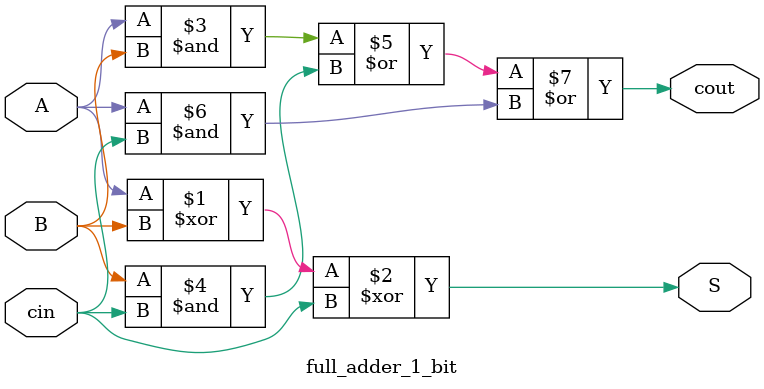
<source format=v>
`timescale 1ns / 1ps


// Top module, 4-bit full adder
module ripple_carry_adder_4_bit(A, B, cin, S, cout);
   // Input output port declarations
   input [3:0] A, B;
   input cin;
   output [3:0] S;
   output cout;

   // Intermediate variables
   wire c1, c2, c3;

   // Instantiate four 1-bit full adders
   full_adder_1_bit f0 (A[0], B[0], cin, S[0], c1);
   full_adder_1_bit f1 (A[1], B[1], c1, S[1], c2);
   full_adder_1_bit f2 (A[2], B[2], c2, S[2], c3);
   full_adder_1_bit f3 (A[3], B[3], c3, S[3], cout);
endmodule

// 1-bit full adder
module full_adder_1_bit(A, B, cin, S, cout);
   input A, B, cin;
   output S, cout;
   assign S = (A ^ B) ^ cin;
   assign cout = (A & B) | (B & cin) | (A & cin);
endmodule
</source>
